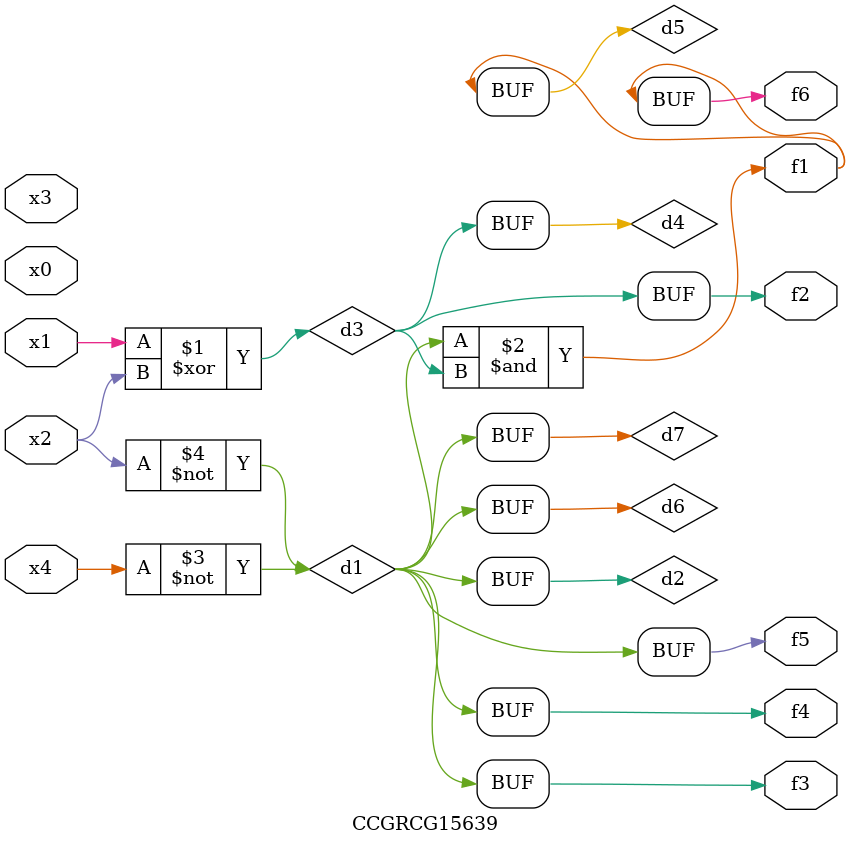
<source format=v>
module CCGRCG15639(
	input x0, x1, x2, x3, x4,
	output f1, f2, f3, f4, f5, f6
);

	wire d1, d2, d3, d4, d5, d6, d7;

	not (d1, x4);
	not (d2, x2);
	xor (d3, x1, x2);
	buf (d4, d3);
	and (d5, d1, d3);
	buf (d6, d1, d2);
	buf (d7, d2);
	assign f1 = d5;
	assign f2 = d4;
	assign f3 = d7;
	assign f4 = d7;
	assign f5 = d7;
	assign f6 = d5;
endmodule

</source>
